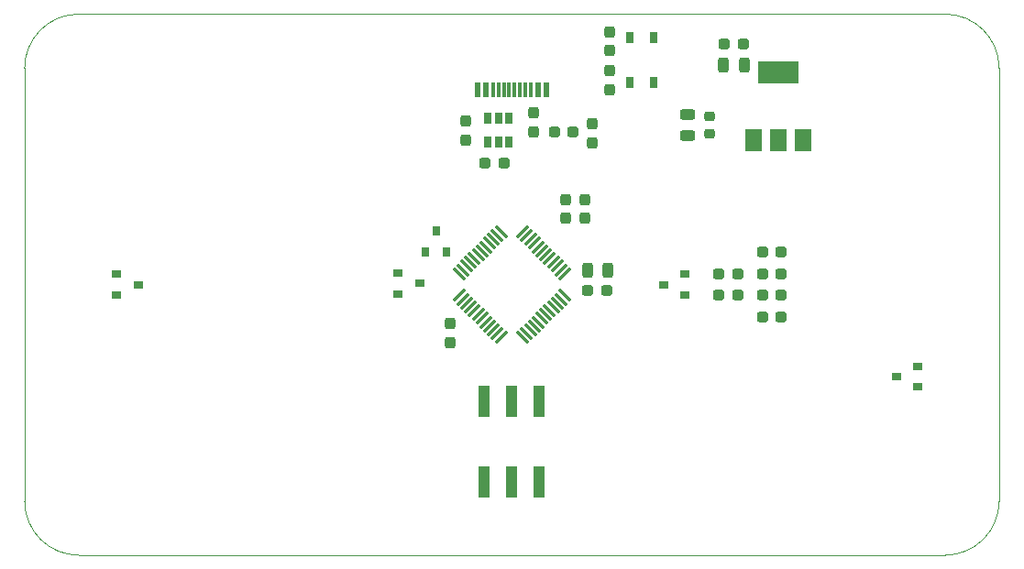
<source format=gbp>
G04 #@! TF.GenerationSoftware,KiCad,Pcbnew,(5.99.0-4013-gfd874d834)*
G04 #@! TF.CreationDate,2020-10-14T12:43:31+02:00*
G04 #@! TF.ProjectId,OtterPill,4f747465-7250-4696-9c6c-2e6b69636164,rev?*
G04 #@! TF.SameCoordinates,Original*
G04 #@! TF.FileFunction,Paste,Bot*
G04 #@! TF.FilePolarity,Positive*
%FSLAX46Y46*%
G04 Gerber Fmt 4.6, Leading zero omitted, Abs format (unit mm)*
G04 Created by KiCad (PCBNEW (5.99.0-4013-gfd874d834)) date 2020-10-14 12:43:31*
%MOMM*%
%LPD*%
G01*
G04 APERTURE LIST*
G04 Aperture macros list*
%AMRoundRect*
0 Rectangle with rounded corners*
0 $1 Rounding radius*
0 $2 $3 $4 $5 $6 $7 $8 $9 X,Y pos of 4 corners*
0 Add a 4 corners polygon primitive as box body*
4,1,4,$2,$3,$4,$5,$6,$7,$8,$9,$2,$3,0*
0 Add four circle primitives for the rounded corners*
1,1,$1+$1,$2,$3,0*
1,1,$1+$1,$4,$5,0*
1,1,$1+$1,$6,$7,0*
1,1,$1+$1,$8,$9,0*
0 Add four rect primitives between the rounded corners*
20,1,$1+$1,$2,$3,$4,$5,0*
20,1,$1+$1,$4,$5,$6,$7,0*
20,1,$1+$1,$6,$7,$8,$9,0*
20,1,$1+$1,$8,$9,$2,$3,0*%
G04 Aperture macros list end*
G04 #@! TA.AperFunction,Profile*
%ADD10C,0.050000*%
G04 #@! TD*
%ADD11RoundRect,0.237500X-0.287500X-0.237500X0.287500X-0.237500X0.287500X0.237500X-0.287500X0.237500X0*%
%ADD12R,1.500000X2.000000*%
%ADD13R,3.800000X2.000000*%
%ADD14RoundRect,0.237500X0.237500X-0.287500X0.237500X0.287500X-0.237500X0.287500X-0.237500X-0.287500X0*%
%ADD15RoundRect,0.243750X-0.243750X-0.456250X0.243750X-0.456250X0.243750X0.456250X-0.243750X0.456250X0*%
%ADD16R,0.650000X1.050000*%
%ADD17RoundRect,0.243750X-0.456250X0.243750X-0.456250X-0.243750X0.456250X-0.243750X0.456250X0.243750X0*%
%ADD18RoundRect,0.237500X-0.237500X0.287500X-0.237500X-0.287500X0.237500X-0.287500X0.237500X0.287500X0*%
%ADD19RoundRect,0.237500X0.287500X0.237500X-0.287500X0.237500X-0.287500X-0.237500X0.287500X-0.237500X0*%
%ADD20RoundRect,0.243750X0.243750X0.456250X-0.243750X0.456250X-0.243750X-0.456250X0.243750X-0.456250X0*%
%ADD21RoundRect,0.218750X-0.256250X0.218750X-0.256250X-0.218750X0.256250X-0.218750X0.256250X0.218750X0*%
%ADD22R,0.800000X0.900000*%
%ADD23R,0.900000X0.800000*%
%ADD24R,0.600000X1.450000*%
%ADD25R,0.300000X1.450000*%
%ADD26R,0.650000X1.060000*%
%ADD27RoundRect,0.075000X-0.415425X-0.521491X0.521491X0.415425X0.415425X0.521491X-0.521491X-0.415425X0*%
%ADD28RoundRect,0.075000X0.415425X-0.521491X0.521491X-0.415425X-0.415425X0.521491X-0.521491X0.415425X0*%
%ADD29R,1.000000X3.000000*%
G04 APERTURE END LIST*
D10*
X225200000Y-48500000D02*
X225200000Y-88500000D01*
X140200000Y-93500000D02*
G75*
G02*
X135200000Y-88500000I0J5000000D01*
G01*
X220200000Y-43500000D02*
G75*
G02*
X225200000Y-48500000I0J-5000000D01*
G01*
X225200000Y-88500000D02*
G75*
G02*
X220200000Y-93500000I-5000000J0D01*
G01*
X140200000Y-43500000D02*
X220200000Y-43500000D01*
X135200000Y-48500000D02*
G75*
G02*
X140200000Y-43500000I5000000J0D01*
G01*
X135200000Y-88500000D02*
X135200000Y-48500000D01*
X220200000Y-93500000D02*
X140200000Y-93500000D01*
D11*
X187225000Y-69000000D03*
X188975000Y-69000000D03*
D12*
X207100000Y-55150000D03*
X204800000Y-55150000D03*
D13*
X204800000Y-48850000D03*
D12*
X202500000Y-55150000D03*
D14*
X189200000Y-46875000D03*
X189200000Y-45125000D03*
D15*
X187162500Y-67200000D03*
X189037500Y-67200000D03*
D16*
X191125000Y-45675000D03*
X191125000Y-49825000D03*
X193275000Y-45675000D03*
X193275000Y-49825000D03*
D17*
X196450000Y-52812500D03*
X196450000Y-54687500D03*
D18*
X174500000Y-72125000D03*
X174500000Y-73875000D03*
D14*
X189200000Y-50500000D03*
X189200000Y-48750000D03*
D19*
X201575000Y-46250000D03*
X199825000Y-46250000D03*
D20*
X201637500Y-48250000D03*
X199762500Y-48250000D03*
D21*
X198450000Y-52962500D03*
X198450000Y-54537500D03*
D11*
X203325000Y-67500000D03*
X205075000Y-67500000D03*
D19*
X205075000Y-69500000D03*
X203325000Y-69500000D03*
X205075000Y-65500000D03*
X203325000Y-65500000D03*
D11*
X203325000Y-71500000D03*
X205075000Y-71500000D03*
D19*
X201075000Y-69500000D03*
X199325000Y-69500000D03*
D22*
X174150000Y-65500000D03*
X172250000Y-65500000D03*
X173200000Y-63500000D03*
D23*
X217700000Y-76050000D03*
X217700000Y-77950000D03*
X215700000Y-77000000D03*
X143700000Y-69450000D03*
X143700000Y-67550000D03*
X145700000Y-68500000D03*
X169700000Y-69350000D03*
X169700000Y-67450000D03*
X171700000Y-68400000D03*
X196200000Y-67550000D03*
X196200000Y-69450000D03*
X194200000Y-68500000D03*
D14*
X182200000Y-54375000D03*
X182200000Y-52625000D03*
D11*
X177700000Y-57250000D03*
X179450000Y-57250000D03*
D14*
X175950000Y-55125000D03*
X175950000Y-53375000D03*
D11*
X184125000Y-54400000D03*
X185875000Y-54400000D03*
D14*
X187600000Y-55375000D03*
X187600000Y-53625000D03*
D18*
X186900000Y-60625000D03*
X186900000Y-62375000D03*
X185200000Y-60625000D03*
X185200000Y-62375000D03*
D24*
X177000000Y-50500000D03*
X177800000Y-50500000D03*
D25*
X178950000Y-50500000D03*
X179950000Y-50500000D03*
X180450000Y-50500000D03*
X181450000Y-50500000D03*
D24*
X183400000Y-50500000D03*
X182600000Y-50500000D03*
D25*
X181950000Y-50500000D03*
X180950000Y-50500000D03*
X179450000Y-50500000D03*
X178450000Y-50500000D03*
D26*
X179900000Y-55350000D03*
X178950000Y-55350000D03*
X178000000Y-55350000D03*
X178000000Y-53150000D03*
X178950000Y-53150000D03*
X179900000Y-53150000D03*
D27*
X179201212Y-73387876D03*
X178847658Y-73034322D03*
X178494105Y-72680769D03*
X178140551Y-72327215D03*
X177786998Y-71973662D03*
X177433445Y-71620109D03*
X177079891Y-71266555D03*
X176726338Y-70913002D03*
X176372785Y-70559449D03*
X176019231Y-70205895D03*
X175665678Y-69852342D03*
X175312124Y-69498788D03*
D28*
X175312124Y-67501212D03*
X175665678Y-67147658D03*
X176019231Y-66794105D03*
X176372785Y-66440551D03*
X176726338Y-66086998D03*
X177079891Y-65733445D03*
X177433445Y-65379891D03*
X177786998Y-65026338D03*
X178140551Y-64672785D03*
X178494105Y-64319231D03*
X178847658Y-63965678D03*
X179201212Y-63612124D03*
D27*
X181198788Y-63612124D03*
X181552342Y-63965678D03*
X181905895Y-64319231D03*
X182259449Y-64672785D03*
X182613002Y-65026338D03*
X182966555Y-65379891D03*
X183320109Y-65733445D03*
X183673662Y-66086998D03*
X184027215Y-66440551D03*
X184380769Y-66794105D03*
X184734322Y-67147658D03*
X185087876Y-67501212D03*
D28*
X185087876Y-69498788D03*
X184734322Y-69852342D03*
X184380769Y-70205895D03*
X184027215Y-70559449D03*
X183673662Y-70913002D03*
X183320109Y-71266555D03*
X182966555Y-71620109D03*
X182613002Y-71973662D03*
X182259449Y-72327215D03*
X181905895Y-72680769D03*
X181552342Y-73034322D03*
X181198788Y-73387876D03*
D11*
X199325000Y-67500000D03*
X201075000Y-67500000D03*
D29*
X177660000Y-79250000D03*
X182740000Y-86750000D03*
X182740000Y-79250000D03*
X177660000Y-86750000D03*
X180200000Y-79250000D03*
X180200000Y-86750000D03*
M02*

</source>
